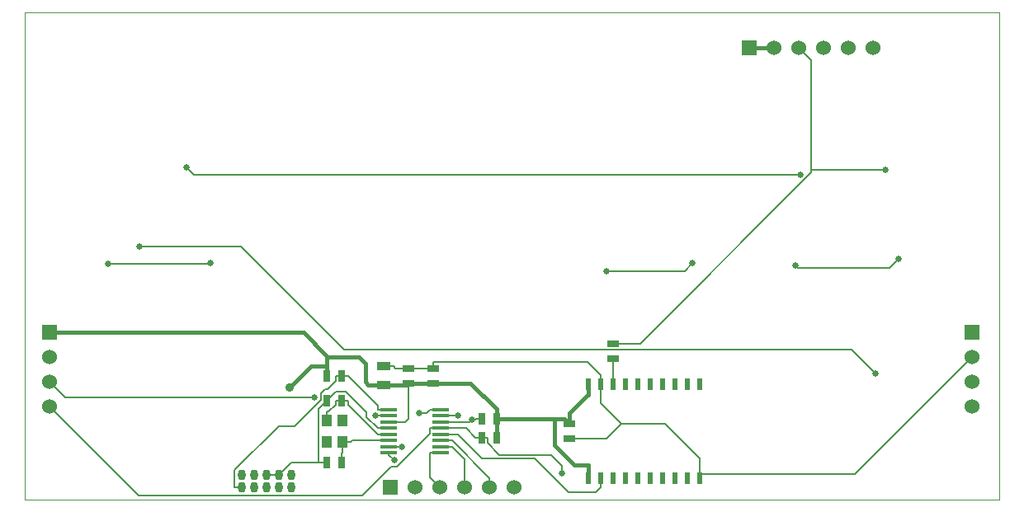
<source format=gtl>
G04 (created by PCBNEW (2013-07-07 BZR 4022)-stable) date 02/01/2016 16:19:00*
%MOIN*%
G04 Gerber Fmt 3.4, Leading zero omitted, Abs format*
%FSLAX34Y34*%
G01*
G70*
G90*
G04 APERTURE LIST*
%ADD10C,0.00590551*%
%ADD11C,0.00393701*%
%ADD12R,0.065X0.016*%
%ADD13R,0.025X0.045*%
%ADD14R,0.045X0.025*%
%ADD15O,0.0315X0.0433*%
%ADD16R,0.055X0.035*%
%ADD17R,0.0433X0.0472*%
%ADD18R,0.06X0.06*%
%ADD19C,0.06*%
%ADD20R,0.02X0.05*%
%ADD21C,0.025*%
%ADD22C,0.035*%
%ADD23C,0.008*%
%ADD24C,0.016*%
G04 APERTURE END LIST*
G54D10*
G54D11*
X39370Y0D02*
X0Y0D01*
X39370Y19685D02*
X39370Y0D01*
X0Y19685D02*
X39370Y19685D01*
X0Y0D02*
X0Y19685D01*
G54D12*
X14700Y2875D03*
X14700Y2625D03*
X14700Y2375D03*
X14700Y2125D03*
X16800Y3625D03*
X14700Y3625D03*
X14700Y3375D03*
X14700Y3125D03*
X16800Y1875D03*
X16800Y2125D03*
X16800Y2375D03*
X16800Y2625D03*
X16800Y2875D03*
X16800Y3125D03*
X14700Y1875D03*
X16800Y3375D03*
G54D13*
X12200Y4000D03*
X12800Y4000D03*
X12200Y1500D03*
X12800Y1500D03*
G54D14*
X16500Y4700D03*
X16500Y5300D03*
G54D15*
X10750Y1000D03*
X10750Y500D03*
X10250Y1000D03*
X10250Y500D03*
X9750Y1000D03*
X9750Y500D03*
X9250Y1000D03*
X9250Y500D03*
X8750Y1000D03*
X8750Y500D03*
G54D16*
X14500Y4625D03*
X14500Y5375D03*
G54D13*
X18450Y3250D03*
X19050Y3250D03*
X18450Y2500D03*
X19050Y2500D03*
X12800Y5000D03*
X12200Y5000D03*
G54D17*
X12205Y3183D03*
X12835Y2317D03*
X12205Y2317D03*
X12835Y3183D03*
G54D18*
X1000Y6750D03*
G54D19*
X1000Y5750D03*
X1000Y4750D03*
X1000Y3750D03*
G54D18*
X38250Y6750D03*
G54D19*
X38250Y5750D03*
X38250Y4750D03*
X38250Y3750D03*
G54D14*
X15500Y4700D03*
X15500Y5300D03*
G54D20*
X27250Y4650D03*
X26750Y4650D03*
X26250Y4650D03*
X25750Y4650D03*
X25250Y4650D03*
X24750Y4650D03*
X24250Y4650D03*
X23750Y4650D03*
X23250Y4650D03*
X22750Y4650D03*
X22750Y850D03*
X23250Y850D03*
X23750Y850D03*
X24250Y850D03*
X24750Y850D03*
X25250Y850D03*
X25750Y850D03*
X26250Y850D03*
X26750Y850D03*
X27250Y850D03*
G54D14*
X23750Y5700D03*
X23750Y6300D03*
G54D18*
X29250Y18250D03*
G54D19*
X30250Y18250D03*
X31250Y18250D03*
X32250Y18250D03*
X33250Y18250D03*
X34250Y18250D03*
G54D18*
X14750Y500D03*
G54D19*
X15750Y500D03*
X16750Y500D03*
X17750Y500D03*
X18750Y500D03*
X19750Y500D03*
G54D14*
X22000Y3050D03*
X22000Y2450D03*
G54D21*
X17488Y3387D03*
X14919Y1573D03*
X15234Y2125D03*
X21700Y1050D03*
X18078Y3234D03*
X11705Y4128D03*
X15932Y3500D03*
X14169Y3374D03*
X34768Y13323D03*
X34356Y5092D03*
X4630Y10219D03*
X3357Y9507D03*
X7487Y9541D03*
X23509Y9224D03*
X26971Y9545D03*
X31331Y13127D03*
X6531Y13409D03*
X31130Y9445D03*
X35301Y9719D03*
G54D22*
X10698Y4522D03*
G54D23*
X17257Y3387D02*
X17245Y3375D01*
X17488Y3387D02*
X17257Y3387D01*
X16800Y3375D02*
X17245Y3375D01*
X18750Y870D02*
X17245Y2375D01*
X18750Y500D02*
X18750Y870D01*
X16800Y2375D02*
X17245Y2375D01*
X17750Y1620D02*
X17245Y2125D01*
X17750Y500D02*
X17750Y1620D01*
X16800Y2125D02*
X17245Y2125D01*
X16354Y895D02*
X16354Y1875D01*
X16750Y500D02*
X16354Y895D01*
X16800Y1875D02*
X16354Y1875D01*
X14700Y1793D02*
X14700Y1875D01*
X14919Y1573D02*
X14700Y1793D01*
X14700Y2125D02*
X15145Y2125D01*
X15145Y2125D02*
X15234Y2125D01*
X13045Y3834D02*
X14254Y2625D01*
X13045Y4000D02*
X13045Y3834D01*
X12800Y4000D02*
X13045Y4000D01*
X14700Y2625D02*
X14254Y2625D01*
X12554Y3821D02*
X12554Y4000D01*
X12272Y3539D02*
X12554Y3821D01*
X12205Y3539D02*
X12272Y3539D01*
X12205Y3182D02*
X12205Y3539D01*
X12800Y4000D02*
X12554Y4000D01*
X21248Y1801D02*
X21700Y1350D01*
X21700Y1350D02*
X21700Y1050D01*
X18695Y2285D02*
X18695Y2500D01*
X19178Y1801D02*
X18695Y2285D01*
X21247Y1801D02*
X19178Y1801D01*
X18450Y2500D02*
X18695Y2500D01*
X21247Y1801D02*
X21248Y1801D01*
X18327Y2500D02*
X18217Y2500D01*
X18217Y2500D02*
X18204Y2500D01*
X18450Y2500D02*
X18327Y2500D01*
X17829Y2875D02*
X16800Y2875D01*
X18204Y2500D02*
X17829Y2875D01*
X16354Y2662D02*
X16354Y2875D01*
X15021Y1328D02*
X16354Y2662D01*
X14799Y1328D02*
X15021Y1328D01*
X13613Y143D02*
X14799Y1328D01*
X4606Y143D02*
X13613Y143D01*
X1000Y3750D02*
X4606Y143D01*
X16800Y2875D02*
X16354Y2875D01*
X18450Y3250D02*
X18204Y3250D01*
X18189Y3234D02*
X18204Y3250D01*
X18078Y3234D02*
X18189Y3234D01*
X17968Y3125D02*
X16800Y3125D01*
X18078Y3234D02*
X17968Y3125D01*
X1621Y4128D02*
X11705Y4128D01*
X1000Y4750D02*
X1621Y4128D01*
X16800Y3625D02*
X16354Y3625D01*
X16230Y3500D02*
X15932Y3500D01*
X16354Y3625D02*
X16230Y3500D01*
X14700Y3375D02*
X14254Y3375D01*
X14170Y3375D02*
X14169Y3374D01*
X14254Y3375D02*
X14170Y3375D01*
X13229Y2375D02*
X14700Y2375D01*
X13171Y2317D02*
X13229Y2375D01*
X12835Y2317D02*
X13171Y2317D01*
X12835Y1880D02*
X12835Y2317D01*
X12800Y1845D02*
X12835Y1880D01*
X12800Y1500D02*
X12800Y1845D01*
X14254Y3790D02*
X14254Y3625D01*
X13045Y5000D02*
X14254Y3790D01*
X12800Y5000D02*
X13045Y5000D01*
X14700Y3625D02*
X14254Y3625D01*
X12554Y4790D02*
X12554Y5000D01*
X12234Y4470D02*
X12554Y4790D01*
X12126Y4470D02*
X12234Y4470D01*
X11952Y4296D02*
X12126Y4470D01*
X11952Y4025D02*
X11952Y4296D01*
X10881Y2954D02*
X11952Y4025D01*
X10252Y2954D02*
X10881Y2954D01*
X8472Y1174D02*
X10252Y2954D01*
X8472Y500D02*
X8472Y1174D01*
X8750Y500D02*
X8472Y500D01*
X12800Y5000D02*
X12554Y5000D01*
X22000Y2450D02*
X23500Y2450D01*
X23500Y2450D02*
X24100Y3050D01*
X27250Y1220D02*
X27250Y1650D01*
X27250Y1035D02*
X27250Y1220D01*
X23250Y4279D02*
X23250Y4650D01*
X23250Y3900D02*
X23250Y4279D01*
X24100Y3050D02*
X23250Y3900D01*
X25850Y3050D02*
X24100Y3050D01*
X27250Y1650D02*
X25850Y3050D01*
X14970Y5300D02*
X14895Y5375D01*
X15500Y5300D02*
X14970Y5300D01*
X14500Y5375D02*
X14895Y5375D01*
X9750Y1000D02*
X10027Y1000D01*
X15500Y5300D02*
X15845Y5300D01*
X16500Y5300D02*
X15845Y5300D01*
X23250Y4650D02*
X23250Y5020D01*
X16500Y5545D02*
X22725Y5545D01*
X22725Y5545D02*
X23250Y5020D01*
X16500Y5300D02*
X16500Y5545D01*
X27250Y850D02*
X27250Y1035D01*
X33535Y1035D02*
X38250Y5750D01*
X27250Y1035D02*
X33535Y1035D01*
X10250Y1000D02*
X10027Y1000D01*
X10750Y1500D02*
X11854Y1500D01*
X10250Y1000D02*
X10750Y1500D01*
X11854Y1500D02*
X12200Y1500D01*
X11854Y3654D02*
X12200Y4000D01*
X11854Y1500D02*
X11854Y3654D01*
X13796Y3333D02*
X14254Y2875D01*
X13796Y3524D02*
X13796Y3333D01*
X12976Y4345D02*
X13796Y3524D01*
X12545Y4345D02*
X12976Y4345D01*
X12200Y4000D02*
X12545Y4345D01*
X14700Y2875D02*
X14254Y2875D01*
X31760Y17739D02*
X31760Y13323D01*
X31250Y18250D02*
X31760Y17739D01*
X31760Y13323D02*
X34768Y13323D01*
X31760Y13210D02*
X31760Y13323D01*
X24850Y6300D02*
X31760Y13210D01*
X23750Y6300D02*
X24850Y6300D01*
X23750Y4650D02*
X23750Y5700D01*
X21950Y299D02*
X23069Y299D01*
X23069Y299D02*
X23250Y479D01*
X23250Y850D02*
X23250Y479D01*
X20608Y1641D02*
X21950Y299D01*
X18466Y1641D02*
X20608Y1641D01*
X17483Y2625D02*
X18466Y1641D01*
X16800Y2625D02*
X17483Y2625D01*
X8737Y10219D02*
X4630Y10219D01*
X12902Y6054D02*
X8737Y10219D01*
X33393Y6054D02*
X12902Y6054D01*
X34356Y5092D02*
X33393Y6054D01*
X7453Y9507D02*
X7487Y9541D01*
X3357Y9507D02*
X7453Y9507D01*
X26650Y9224D02*
X26971Y9545D01*
X23509Y9224D02*
X26650Y9224D01*
X6813Y13127D02*
X6531Y13409D01*
X31331Y13127D02*
X6813Y13127D01*
X34939Y9357D02*
X35301Y9719D01*
X31217Y9357D02*
X34939Y9357D01*
X31130Y9445D02*
X31217Y9357D01*
G54D24*
X21400Y3250D02*
X21400Y2200D01*
X22750Y1394D02*
X22750Y850D01*
X22205Y1394D02*
X22750Y1394D01*
X21400Y2200D02*
X22205Y1394D01*
X19050Y3250D02*
X21400Y3250D01*
X21400Y3250D02*
X21800Y3250D01*
X21800Y3250D02*
X22000Y3050D01*
X22000Y3050D02*
X22000Y3500D01*
X22000Y3500D02*
X22750Y4250D01*
X22750Y4250D02*
X22750Y4219D01*
X22750Y4219D02*
X22750Y4650D01*
G54D23*
X15500Y3250D02*
X15500Y4700D01*
X15374Y3125D02*
X15500Y3250D01*
X14700Y3125D02*
X15374Y3125D01*
G54D24*
X12200Y5800D02*
X12200Y5750D01*
X11250Y6750D02*
X12200Y5800D01*
X1000Y6750D02*
X11250Y6750D01*
X15425Y4625D02*
X14500Y4625D01*
X15500Y4700D02*
X15425Y4625D01*
X30250Y18250D02*
X29250Y18250D01*
X13874Y4625D02*
X14500Y4625D01*
X13750Y4750D02*
X13874Y4625D01*
X13750Y5500D02*
X13750Y4750D01*
X13500Y5750D02*
X13750Y5500D01*
X12200Y5750D02*
X13500Y5750D01*
X19050Y2500D02*
X19050Y3250D01*
X12200Y5750D02*
X12200Y5375D01*
X12200Y5375D02*
X12200Y5000D01*
X11550Y5375D02*
X10698Y4522D01*
X12200Y5375D02*
X11550Y5375D01*
X16500Y4700D02*
X15500Y4700D01*
X18005Y4700D02*
X19050Y3655D01*
X16500Y4700D02*
X18005Y4700D01*
X19050Y3250D02*
X19050Y3655D01*
M02*

</source>
